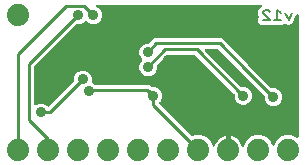
<source format=gbr>
G04 EAGLE Gerber RS-274X export*
G75*
%MOMM*%
%FSLAX34Y34*%
%LPD*%
%INBottom Copper*%
%IPPOS*%
%AMOC8*
5,1,8,0,0,1.08239X$1,22.5*%
G01*
%ADD10C,0.203200*%
%ADD11C,1.879600*%
%ADD12C,0.889000*%
%ADD13C,0.254000*%

G36*
X191574Y12709D02*
X191574Y12709D01*
X191632Y12708D01*
X191714Y12729D01*
X191797Y12741D01*
X191851Y12765D01*
X191907Y12779D01*
X191980Y12822D01*
X192057Y12857D01*
X192102Y12895D01*
X192152Y12925D01*
X192210Y12986D01*
X192274Y13041D01*
X192306Y13089D01*
X192346Y13132D01*
X192385Y13207D01*
X192431Y13277D01*
X192449Y13333D01*
X192476Y13385D01*
X192487Y13453D01*
X192517Y13548D01*
X192520Y13648D01*
X192531Y13716D01*
X192531Y24466D01*
X193296Y24345D01*
X195083Y23764D01*
X196757Y22911D01*
X198278Y21806D01*
X199606Y20478D01*
X200711Y18957D01*
X201564Y17283D01*
X201928Y16163D01*
X201958Y16101D01*
X201979Y16035D01*
X202020Y15974D01*
X202053Y15908D01*
X202099Y15857D01*
X202138Y15799D01*
X202194Y15752D01*
X202243Y15697D01*
X202302Y15661D01*
X202355Y15616D01*
X202422Y15586D01*
X202485Y15548D01*
X202552Y15529D01*
X202615Y15501D01*
X202688Y15491D01*
X202759Y15471D01*
X202828Y15471D01*
X202896Y15462D01*
X202969Y15472D01*
X203043Y15473D01*
X203110Y15493D01*
X203178Y15503D01*
X203245Y15533D01*
X203316Y15554D01*
X203374Y15591D01*
X203437Y15620D01*
X203493Y15667D01*
X203555Y15707D01*
X203601Y15759D01*
X203653Y15804D01*
X203686Y15857D01*
X203743Y15921D01*
X203792Y16025D01*
X203831Y16089D01*
X205348Y19751D01*
X208849Y23252D01*
X213424Y25147D01*
X218376Y25147D01*
X222951Y23252D01*
X226452Y19751D01*
X227662Y16829D01*
X227677Y16804D01*
X227686Y16776D01*
X227749Y16681D01*
X227807Y16584D01*
X227828Y16564D01*
X227844Y16539D01*
X227931Y16467D01*
X228013Y16389D01*
X228039Y16375D01*
X228062Y16357D01*
X228165Y16311D01*
X228266Y16259D01*
X228295Y16253D01*
X228322Y16241D01*
X228434Y16225D01*
X228545Y16204D01*
X228574Y16206D01*
X228603Y16202D01*
X228715Y16218D01*
X228828Y16228D01*
X228855Y16239D01*
X228884Y16243D01*
X228988Y16289D01*
X229093Y16330D01*
X229117Y16348D01*
X229144Y16360D01*
X229230Y16433D01*
X229320Y16502D01*
X229338Y16525D01*
X229360Y16544D01*
X229402Y16611D01*
X229490Y16729D01*
X229512Y16788D01*
X229538Y16829D01*
X230748Y19751D01*
X234249Y23252D01*
X238824Y25147D01*
X243776Y25147D01*
X248531Y23177D01*
X248643Y23148D01*
X248752Y23114D01*
X248780Y23113D01*
X248807Y23106D01*
X248921Y23109D01*
X249036Y23106D01*
X249063Y23113D01*
X249091Y23114D01*
X249200Y23149D01*
X249311Y23178D01*
X249335Y23192D01*
X249362Y23201D01*
X249457Y23265D01*
X249556Y23323D01*
X249575Y23344D01*
X249598Y23359D01*
X249672Y23447D01*
X249750Y23531D01*
X249763Y23555D01*
X249781Y23577D01*
X249827Y23681D01*
X249880Y23784D01*
X249884Y23808D01*
X249896Y23836D01*
X249933Y24100D01*
X249935Y24115D01*
X249935Y126652D01*
X249928Y126702D01*
X249930Y126752D01*
X249908Y126842D01*
X249895Y126934D01*
X249875Y126979D01*
X249863Y127028D01*
X249817Y127108D01*
X249779Y127193D01*
X249747Y127231D01*
X249722Y127275D01*
X249655Y127339D01*
X249596Y127410D01*
X249554Y127438D01*
X249518Y127473D01*
X249436Y127516D01*
X249359Y127568D01*
X249311Y127583D01*
X249267Y127606D01*
X249176Y127625D01*
X249088Y127653D01*
X249038Y127655D01*
X248989Y127665D01*
X248896Y127658D01*
X248804Y127661D01*
X248755Y127648D01*
X248705Y127644D01*
X248618Y127612D01*
X248529Y127589D01*
X248486Y127563D01*
X248439Y127546D01*
X248364Y127491D01*
X248284Y127444D01*
X248250Y127407D01*
X248210Y127378D01*
X248166Y127318D01*
X248090Y127236D01*
X248049Y127158D01*
X248012Y127106D01*
X245179Y121441D01*
X245153Y121362D01*
X245124Y121308D01*
X244705Y120051D01*
X244702Y120049D01*
X244687Y120043D01*
X244585Y119968D01*
X244481Y119896D01*
X244471Y119884D01*
X244458Y119875D01*
X244418Y119819D01*
X244301Y119676D01*
X244283Y119634D01*
X244268Y119613D01*
X243010Y119194D01*
X242936Y119157D01*
X242877Y119139D01*
X241692Y118546D01*
X241688Y118547D01*
X241674Y118554D01*
X241549Y118573D01*
X241424Y118596D01*
X241408Y118594D01*
X241393Y118596D01*
X241325Y118586D01*
X241141Y118567D01*
X241098Y118550D01*
X241073Y118546D01*
X239887Y119139D01*
X239808Y119165D01*
X239754Y119194D01*
X238176Y119720D01*
X238162Y119728D01*
X238118Y119740D01*
X238101Y119745D01*
X238096Y119746D01*
X238045Y119768D01*
X237965Y119779D01*
X237886Y119798D01*
X237824Y119797D01*
X237763Y119804D01*
X237683Y119792D01*
X237602Y119789D01*
X237543Y119770D01*
X237482Y119761D01*
X237409Y119727D01*
X237332Y119702D01*
X237288Y119671D01*
X237224Y119641D01*
X237122Y119553D01*
X237058Y119507D01*
X236422Y118871D01*
X218277Y118871D01*
X215896Y121252D01*
X215896Y124620D01*
X216206Y124930D01*
X216241Y124976D01*
X216283Y125017D01*
X216326Y125090D01*
X216377Y125157D01*
X216397Y125212D01*
X216427Y125262D01*
X216448Y125344D01*
X216478Y125423D01*
X216483Y125481D01*
X216497Y125538D01*
X216494Y125622D01*
X216501Y125706D01*
X216490Y125763D01*
X216488Y125822D01*
X216462Y125902D01*
X216446Y125985D01*
X216419Y126037D01*
X216401Y126092D01*
X216361Y126148D01*
X216315Y126237D01*
X216246Y126309D01*
X216206Y126366D01*
X215896Y126676D01*
X215896Y131399D01*
X216954Y132457D01*
X218399Y133902D01*
X218417Y133926D01*
X218439Y133945D01*
X218502Y134039D01*
X218570Y134129D01*
X218580Y134157D01*
X218597Y134181D01*
X218631Y134289D01*
X218671Y134395D01*
X218674Y134424D01*
X218682Y134452D01*
X218685Y134566D01*
X218695Y134678D01*
X218689Y134707D01*
X218690Y134736D01*
X218661Y134846D01*
X218639Y134957D01*
X218625Y134983D01*
X218618Y135011D01*
X218560Y135109D01*
X218508Y135209D01*
X218488Y135231D01*
X218473Y135256D01*
X218390Y135333D01*
X218312Y135415D01*
X218287Y135430D01*
X218265Y135450D01*
X218164Y135502D01*
X218067Y135559D01*
X218038Y135566D01*
X218012Y135580D01*
X217935Y135593D01*
X217791Y135629D01*
X217729Y135627D01*
X217681Y135635D01*
X79425Y135635D01*
X79340Y135623D01*
X79254Y135621D01*
X79200Y135603D01*
X79144Y135595D01*
X79066Y135560D01*
X78984Y135534D01*
X78936Y135502D01*
X78885Y135479D01*
X78819Y135424D01*
X78748Y135376D01*
X78711Y135332D01*
X78668Y135296D01*
X78620Y135224D01*
X78565Y135158D01*
X78541Y135106D01*
X78510Y135059D01*
X78484Y134977D01*
X78449Y134898D01*
X78441Y134842D01*
X78424Y134788D01*
X78422Y134702D01*
X78410Y134617D01*
X78418Y134561D01*
X78417Y134504D01*
X78439Y134421D01*
X78451Y134335D01*
X78474Y134284D01*
X78489Y134229D01*
X78532Y134155D01*
X78568Y134076D01*
X78605Y134033D01*
X78634Y133984D01*
X78697Y133925D01*
X78752Y133860D01*
X78794Y133834D01*
X78841Y133790D01*
X78970Y133724D01*
X79037Y133682D01*
X80445Y133099D01*
X82553Y130991D01*
X83694Y128237D01*
X83694Y125255D01*
X82553Y122501D01*
X80445Y120393D01*
X77691Y119252D01*
X74709Y119252D01*
X71955Y120393D01*
X70441Y121907D01*
X70394Y121942D01*
X70354Y121985D01*
X70281Y122028D01*
X70214Y122078D01*
X70159Y122099D01*
X70109Y122129D01*
X70027Y122149D01*
X69948Y122179D01*
X69890Y122184D01*
X69833Y122199D01*
X69749Y122196D01*
X69665Y122203D01*
X69607Y122192D01*
X69549Y122190D01*
X69469Y122164D01*
X69386Y122147D01*
X69334Y122120D01*
X69278Y122102D01*
X69222Y122062D01*
X69134Y122016D01*
X69061Y121947D01*
X69005Y121907D01*
X67491Y120393D01*
X64737Y119252D01*
X62280Y119252D01*
X62194Y119240D01*
X62106Y119237D01*
X62054Y119220D01*
X61999Y119212D01*
X61919Y119177D01*
X61836Y119150D01*
X61797Y119122D01*
X61740Y119096D01*
X61626Y119000D01*
X61563Y118955D01*
X26206Y83598D01*
X26154Y83529D01*
X26094Y83465D01*
X26068Y83415D01*
X26035Y83371D01*
X26004Y83290D01*
X25964Y83212D01*
X25956Y83164D01*
X25934Y83106D01*
X25922Y82958D01*
X25909Y82881D01*
X25909Y51657D01*
X25913Y51627D01*
X25911Y51597D01*
X25933Y51487D01*
X25949Y51376D01*
X25961Y51348D01*
X25967Y51318D01*
X26019Y51219D01*
X26065Y51117D01*
X26085Y51093D01*
X26099Y51066D01*
X26176Y50985D01*
X26248Y50900D01*
X26274Y50883D01*
X26295Y50860D01*
X26392Y50804D01*
X26485Y50742D01*
X26514Y50733D01*
X26541Y50717D01*
X26649Y50690D01*
X26756Y50656D01*
X26787Y50655D01*
X26816Y50648D01*
X26928Y50652D01*
X26991Y50650D01*
X27040Y50649D01*
X27070Y50657D01*
X27101Y50658D01*
X27207Y50692D01*
X27315Y50721D01*
X27335Y50732D01*
X27355Y50741D01*
X27371Y50746D01*
X27375Y50749D01*
X30259Y51944D01*
X33241Y51944D01*
X35995Y50803D01*
X37087Y49711D01*
X37134Y49675D01*
X37174Y49633D01*
X37247Y49590D01*
X37314Y49540D01*
X37369Y49519D01*
X37419Y49489D01*
X37501Y49469D01*
X37580Y49438D01*
X37638Y49434D01*
X37695Y49419D01*
X37779Y49422D01*
X37863Y49415D01*
X37921Y49426D01*
X37979Y49428D01*
X38059Y49454D01*
X38142Y49471D01*
X38194Y49498D01*
X38250Y49516D01*
X38306Y49556D01*
X38394Y49602D01*
X38467Y49671D01*
X38523Y49711D01*
X59519Y70707D01*
X59571Y70776D01*
X59631Y70840D01*
X59657Y70890D01*
X59690Y70934D01*
X59721Y71015D01*
X59761Y71093D01*
X59769Y71141D01*
X59791Y71199D01*
X59803Y71347D01*
X59816Y71424D01*
X59816Y73881D01*
X60957Y76635D01*
X63065Y78743D01*
X65819Y79884D01*
X68801Y79884D01*
X71555Y78743D01*
X73663Y76635D01*
X74804Y73881D01*
X74804Y70899D01*
X74641Y70508D01*
X74627Y70451D01*
X74603Y70397D01*
X74591Y70314D01*
X74570Y70232D01*
X74572Y70174D01*
X74564Y70116D01*
X74576Y70032D01*
X74579Y69948D01*
X74596Y69892D01*
X74605Y69834D01*
X74640Y69758D01*
X74665Y69677D01*
X74698Y69629D01*
X74722Y69575D01*
X74776Y69511D01*
X74824Y69441D01*
X74868Y69403D01*
X74906Y69359D01*
X74965Y69322D01*
X75041Y69258D01*
X75132Y69218D01*
X75191Y69181D01*
X76635Y68583D01*
X77102Y68116D01*
X77171Y68064D01*
X77235Y68004D01*
X77285Y67978D01*
X77329Y67945D01*
X77411Y67914D01*
X77488Y67874D01*
X77536Y67866D01*
X77595Y67844D01*
X77742Y67832D01*
X77820Y67819D01*
X97105Y67819D01*
X97191Y67831D01*
X97279Y67834D01*
X97331Y67851D01*
X97386Y67859D01*
X97466Y67894D01*
X97549Y67921D01*
X97588Y67949D01*
X97645Y67975D01*
X97759Y68071D01*
X97762Y68073D01*
X101371Y68073D01*
X101383Y68064D01*
X101447Y68004D01*
X101497Y67978D01*
X101541Y67945D01*
X101622Y67914D01*
X101700Y67874D01*
X101748Y67866D01*
X101806Y67844D01*
X101954Y67832D01*
X102031Y67819D01*
X123709Y67819D01*
X125317Y66211D01*
X125386Y66159D01*
X125450Y66099D01*
X125500Y66073D01*
X125544Y66040D01*
X125625Y66009D01*
X125703Y65969D01*
X125751Y65961D01*
X125809Y65939D01*
X125957Y65927D01*
X126034Y65914D01*
X128491Y65914D01*
X131245Y64773D01*
X133353Y62665D01*
X134494Y59911D01*
X134494Y56929D01*
X133353Y54175D01*
X132261Y53083D01*
X132225Y53036D01*
X132183Y52996D01*
X132140Y52923D01*
X132090Y52856D01*
X132069Y52801D01*
X132039Y52751D01*
X132019Y52669D01*
X131988Y52590D01*
X131984Y52532D01*
X131969Y52475D01*
X131972Y52391D01*
X131965Y52307D01*
X131976Y52249D01*
X131978Y52191D01*
X132004Y52111D01*
X132021Y52028D01*
X132048Y51976D01*
X132066Y51920D01*
X132106Y51864D01*
X132152Y51776D01*
X132221Y51703D01*
X132261Y51647D01*
X159413Y24495D01*
X159414Y24494D01*
X159415Y24493D01*
X159536Y24402D01*
X159640Y24324D01*
X159641Y24323D01*
X159643Y24322D01*
X159776Y24272D01*
X159906Y24223D01*
X159907Y24223D01*
X159909Y24222D01*
X160053Y24210D01*
X160189Y24199D01*
X160190Y24199D01*
X160192Y24199D01*
X160208Y24203D01*
X160468Y24255D01*
X160495Y24269D01*
X160519Y24275D01*
X162624Y25147D01*
X167576Y25147D01*
X172151Y23252D01*
X175652Y19751D01*
X177169Y16089D01*
X177204Y16029D01*
X177230Y15965D01*
X177276Y15907D01*
X177313Y15844D01*
X177363Y15796D01*
X177406Y15742D01*
X177466Y15699D01*
X177520Y15649D01*
X177581Y15617D01*
X177638Y15577D01*
X177707Y15552D01*
X177773Y15518D01*
X177840Y15505D01*
X177906Y15482D01*
X177979Y15478D01*
X178052Y15463D01*
X178120Y15469D01*
X178189Y15465D01*
X178261Y15481D01*
X178335Y15488D01*
X178399Y15513D01*
X178467Y15528D01*
X178531Y15563D01*
X178600Y15590D01*
X178655Y15632D01*
X178716Y15665D01*
X178768Y15717D01*
X178827Y15761D01*
X178868Y15817D01*
X178917Y15866D01*
X178946Y15921D01*
X178997Y15989D01*
X179038Y16097D01*
X179072Y16163D01*
X179436Y17283D01*
X180289Y18957D01*
X181394Y20478D01*
X182722Y21806D01*
X184243Y22911D01*
X185917Y23764D01*
X187704Y24345D01*
X188469Y24466D01*
X188469Y13716D01*
X188477Y13658D01*
X188475Y13600D01*
X188497Y13518D01*
X188509Y13435D01*
X188533Y13381D01*
X188547Y13325D01*
X188590Y13252D01*
X188625Y13175D01*
X188663Y13131D01*
X188693Y13080D01*
X188754Y13023D01*
X188809Y12958D01*
X188857Y12926D01*
X188900Y12886D01*
X188975Y12847D01*
X189045Y12801D01*
X189101Y12783D01*
X189153Y12756D01*
X189221Y12745D01*
X189316Y12715D01*
X189416Y12712D01*
X189484Y12701D01*
X191516Y12701D01*
X191574Y12709D01*
G37*
%LPC*%
G36*
X227109Y49910D02*
X227109Y49910D01*
X224355Y51051D01*
X222247Y53159D01*
X221106Y55913D01*
X221106Y58370D01*
X221094Y58456D01*
X221091Y58544D01*
X221074Y58596D01*
X221066Y58651D01*
X221031Y58731D01*
X221004Y58814D01*
X220976Y58853D01*
X220950Y58910D01*
X220888Y58983D01*
X220865Y59023D01*
X220835Y59052D01*
X220809Y59087D01*
X201124Y78772D01*
X201124Y78773D01*
X181642Y98254D01*
X181573Y98306D01*
X181509Y98366D01*
X181459Y98392D01*
X181415Y98425D01*
X181334Y98456D01*
X181256Y98496D01*
X181208Y98504D01*
X181150Y98526D01*
X181002Y98538D01*
X180925Y98551D01*
X171627Y98551D01*
X171598Y98547D01*
X171569Y98550D01*
X171458Y98527D01*
X171346Y98511D01*
X171319Y98499D01*
X171290Y98494D01*
X171190Y98442D01*
X171086Y98395D01*
X171064Y98376D01*
X171038Y98363D01*
X170956Y98285D01*
X170869Y98212D01*
X170853Y98187D01*
X170832Y98167D01*
X170775Y98069D01*
X170712Y97975D01*
X170703Y97947D01*
X170688Y97922D01*
X170660Y97812D01*
X170626Y97704D01*
X170625Y97674D01*
X170618Y97646D01*
X170622Y97533D01*
X170619Y97420D01*
X170626Y97391D01*
X170627Y97362D01*
X170662Y97254D01*
X170691Y97145D01*
X170706Y97119D01*
X170715Y97091D01*
X170760Y97028D01*
X170836Y96900D01*
X170882Y96857D01*
X170909Y96818D01*
X201517Y66211D01*
X201586Y66159D01*
X201650Y66099D01*
X201700Y66073D01*
X201744Y66040D01*
X201825Y66009D01*
X201903Y65969D01*
X201951Y65961D01*
X202009Y65939D01*
X202157Y65927D01*
X202234Y65914D01*
X204691Y65914D01*
X207445Y64773D01*
X209553Y62665D01*
X210694Y59911D01*
X210694Y56929D01*
X209553Y54175D01*
X207445Y52067D01*
X204691Y50926D01*
X201709Y50926D01*
X198955Y52067D01*
X196847Y54175D01*
X195706Y56929D01*
X195706Y59386D01*
X195694Y59472D01*
X195691Y59560D01*
X195674Y59612D01*
X195666Y59667D01*
X195631Y59747D01*
X195604Y59830D01*
X195576Y59869D01*
X195550Y59926D01*
X195489Y59998D01*
X195466Y60038D01*
X195435Y60067D01*
X195409Y60103D01*
X162338Y93174D01*
X162269Y93226D01*
X162205Y93286D01*
X162155Y93312D01*
X162111Y93345D01*
X162030Y93376D01*
X161952Y93416D01*
X161904Y93424D01*
X161846Y93446D01*
X161698Y93458D01*
X161621Y93471D01*
X139369Y93471D01*
X139283Y93459D01*
X139195Y93456D01*
X139143Y93439D01*
X139088Y93431D01*
X139008Y93396D01*
X138925Y93369D01*
X138886Y93341D01*
X138829Y93315D01*
X138715Y93219D01*
X138652Y93174D01*
X130219Y84741D01*
X130167Y84672D01*
X130107Y84608D01*
X130081Y84558D01*
X130048Y84514D01*
X130017Y84433D01*
X129977Y84355D01*
X129969Y84307D01*
X129947Y84249D01*
X129935Y84101D01*
X129922Y84024D01*
X129922Y81059D01*
X128781Y78305D01*
X126673Y76197D01*
X123919Y75056D01*
X120937Y75056D01*
X118183Y76197D01*
X116075Y78305D01*
X114934Y81059D01*
X114934Y84041D01*
X116075Y86795D01*
X117462Y88182D01*
X117497Y88229D01*
X117540Y88269D01*
X117583Y88342D01*
X117633Y88409D01*
X117654Y88464D01*
X117684Y88514D01*
X117704Y88596D01*
X117734Y88675D01*
X117739Y88733D01*
X117754Y88790D01*
X117751Y88874D01*
X117758Y88958D01*
X117747Y89016D01*
X117745Y89074D01*
X117719Y89154D01*
X117702Y89237D01*
X117675Y89289D01*
X117657Y89345D01*
X117617Y89401D01*
X117571Y89489D01*
X117502Y89562D01*
X117462Y89618D01*
X116075Y91005D01*
X114934Y93759D01*
X114934Y96741D01*
X116075Y99495D01*
X118183Y101603D01*
X120937Y102744D01*
X122886Y102744D01*
X122972Y102756D01*
X123060Y102759D01*
X123112Y102776D01*
X123167Y102784D01*
X123247Y102819D01*
X123330Y102846D01*
X123369Y102874D01*
X123427Y102900D01*
X123540Y102996D01*
X123603Y103041D01*
X124924Y104362D01*
X127751Y107189D01*
X184923Y107189D01*
X207231Y84880D01*
X207232Y84880D01*
X226917Y65195D01*
X226986Y65143D01*
X227050Y65083D01*
X227100Y65057D01*
X227144Y65024D01*
X227225Y64993D01*
X227303Y64953D01*
X227351Y64945D01*
X227409Y64923D01*
X227557Y64911D01*
X227634Y64898D01*
X230091Y64898D01*
X232845Y63757D01*
X234953Y61649D01*
X236094Y58895D01*
X236094Y55913D01*
X234953Y53159D01*
X232845Y51051D01*
X230091Y49910D01*
X227109Y49910D01*
G37*
%LPD*%
D10*
X244094Y128359D02*
X241382Y122936D01*
X238671Y128359D01*
X234739Y128359D02*
X232027Y131071D01*
X232027Y122936D01*
X229316Y122936D02*
X234739Y122936D01*
X225384Y122936D02*
X219960Y122936D01*
X219960Y128359D02*
X225384Y122936D01*
X219960Y128359D02*
X219960Y129715D01*
X221316Y131071D01*
X224028Y131071D01*
X225384Y129715D01*
D11*
X12700Y127000D03*
X12700Y12700D03*
X38100Y12700D03*
X63500Y12700D03*
X88900Y12700D03*
X114300Y12700D03*
X139700Y12700D03*
X165100Y12700D03*
X190500Y12700D03*
X215900Y12700D03*
X241300Y12700D03*
D12*
X139700Y88900D03*
X57150Y88900D03*
X67310Y72390D03*
X31750Y44450D03*
D13*
X39370Y44450D01*
X67310Y72390D01*
D12*
X122428Y95250D03*
X228600Y57404D03*
D13*
X205740Y80264D01*
X122428Y95250D02*
X122428Y95758D01*
X129540Y102870D01*
X183134Y102870D01*
X205740Y80264D01*
D12*
X122428Y82550D03*
D13*
X122428Y83058D01*
X137160Y97790D01*
X163830Y97790D01*
D12*
X203200Y58420D03*
D13*
X163830Y97790D01*
D12*
X63246Y126746D03*
D13*
X38100Y21590D02*
X38100Y12700D01*
X38100Y21590D02*
X21590Y38100D01*
X21590Y85090D01*
X63246Y126746D01*
X63500Y127000D01*
X63246Y126746D01*
D12*
X76200Y126746D03*
D13*
X12700Y93980D02*
X12700Y12700D01*
X12700Y93980D02*
X53340Y134620D01*
X68580Y134620D02*
X76200Y126746D01*
X53848Y134620D02*
X53340Y134620D01*
X53848Y134620D02*
X68072Y134620D01*
X68580Y134620D01*
D12*
X127000Y58420D03*
X72390Y62230D03*
D13*
X123190Y62230D02*
X127000Y58420D01*
X127000Y50800D01*
X165100Y12700D01*
X101600Y63500D02*
X99822Y63500D01*
X73660Y63500D01*
X72390Y62230D01*
X101600Y63500D02*
X121920Y63500D01*
X127000Y58420D01*
X99822Y63500D02*
X99568Y63754D01*
X99822Y63500D02*
X101600Y63500D01*
M02*

</source>
